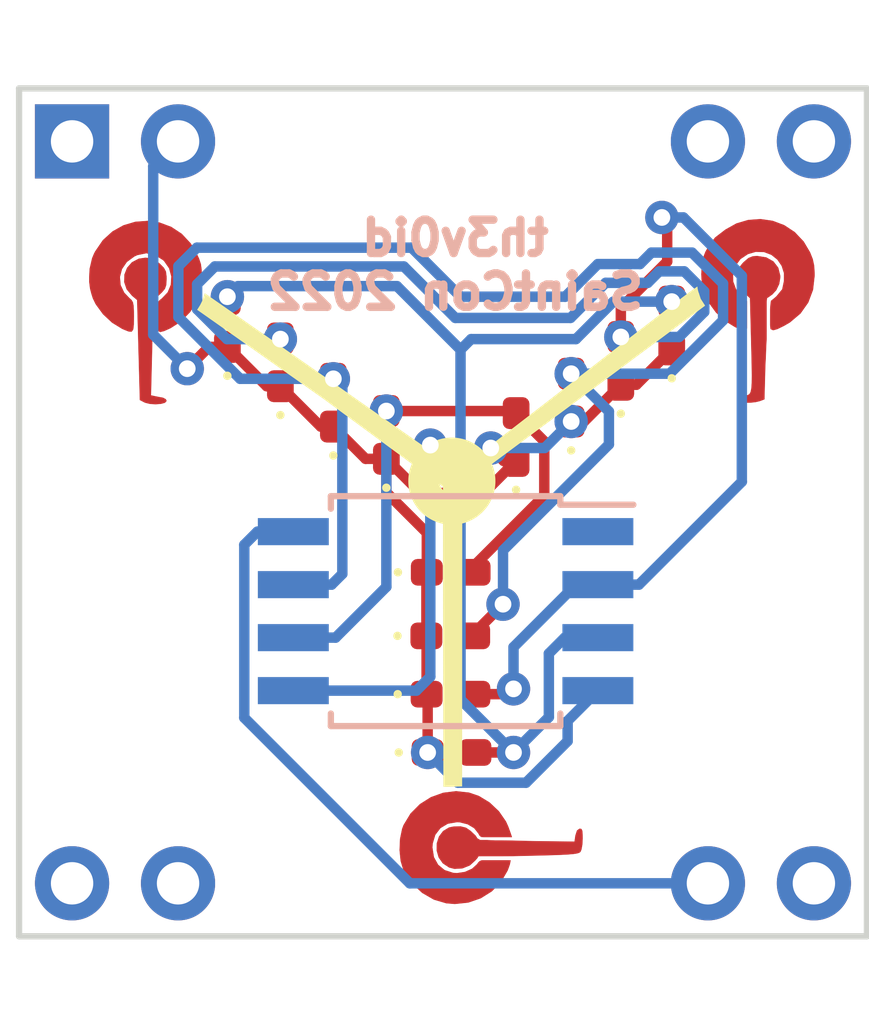
<source format=kicad_pcb>
(kicad_pcb (version 20211014) (generator pcbnew)
  (layers (0 "F.Cu" signal) (31 "B.Cu" signal) (34 "B.Paste" user) (35 "F.Paste" user) (36 "B.SilkS" user "B.Silkscreen") (37 "F.SilkS" user "F.Silkscreen") (38 "B.Mask" user) (39 "F.Mask" user) (44 "Edge.Cuts" user))
  (net 0 "")
  (net 1 "LED1")
  (net 2 "LED2")
  (net 3 "LED3")
  (net 4 "LEDCNTR")
  (net 5 "GND")
  (net 7 "Net-(U1-Pad8)")
  (net 14 "LED4")
  (footprint "LED_SMD:LED_0402_1005Metric_Pad0.77x0.64mm_HandSolder" (layer "F.Cu") (at 106.93 90.7425 90)
    (fp_text reference "DCNTR1" hide)
    (fp_text value "LED")
    (fp_circle (center -1.265 0) (end -1.215 0) (layer "F.SilkS") (width 0.1) (fill none))
    (pad "1" smd roundrect (at -0.5725 0 90) (size 0.765 0.64) (layers "F.Cu" "F.Paste" "F.Mask") (net 5 "GND"))
    (pad "2" smd roundrect (at 0.5725 0 90) (size 0.765 0.64) (layers "F.Cu" "F.Paste" "F.Mask") (net 4 "LEDCNTR"))
  )
  (footprint "LED_SMD:LED_0402_1005Metric_Pad0.77x0.64mm_HandSolder" (layer "F.Cu") (at 101.6 86.99 90)
    (fp_text reference "D2" hide)
    (fp_text value "LED")
    (fp_circle (center -1.265 0) (end -1.215 0) (layer "F.SilkS") (width 0.1) (fill none))
    (pad "1" smd roundrect (at -0.5725 0 90) (size 0.765 0.64) (layers "F.Cu" "F.Paste" "F.Mask") (net 5 "GND"))
    (pad "2" smd roundrect (at 0.5725 0 90) (size 0.765 0.64) (layers "F.Cu" "F.Paste" "F.Mask") (net 1 "LED1"))
  )
  (footprint "LED_SMD:LED_0402_1005Metric_Pad0.77x0.64mm_HandSolder" (layer "F.Cu") (at 106.9425 94.488)
    (fp_text reference "D7" hide)
    (fp_text value "LED")
    (fp_circle (center -1.265 0) (end -1.215 0) (layer "F.SilkS") (width 0.1) (fill none))
    (pad "1" smd roundrect (at -0.5725 0) (size 0.765 0.64) (layers "F.Cu" "F.Paste" "F.Mask") (net 5 "GND"))
    (pad "2" smd roundrect (at 0.5725 0) (size 0.765 0.64) (layers "F.Cu" "F.Paste" "F.Mask") (net 3 "LED3"))
  )
  (footprint "LED_SMD:LED_0402_1005Metric_Pad0.77x0.64mm_HandSolder" (layer "F.Cu") (at 111.03 87.8975 90)
    (fp_text reference "D6" hide)
    (fp_text value "LED")
    (fp_circle (center -1.265 0) (end -1.215 0) (layer "F.SilkS") (width 0.1) (fill none))
    (pad "1" smd roundrect (at -0.5725 0 90) (size 0.765 0.64) (layers "F.Cu" "F.Paste" "F.Mask") (net 5 "GND"))
    (pad "2" smd roundrect (at 0.5725 0 90) (size 0.765 0.64) (layers "F.Cu" "F.Paste" "F.Mask") (net 2 "LED2"))
  )
  (footprint "LED_SMD:LED_0402_1005Metric_Pad0.77x0.64mm_HandSolder" (layer "F.Cu") (at 109.84 88.7775 90)
    (fp_text reference "D9" hide)
    (fp_text value "LED")
    (fp_circle (center -1.265 0) (end -1.215 0) (layer "F.SilkS") (width 0.1) (fill none))
    (pad "1" smd roundrect (at -0.5725 0 90) (size 0.765 0.64) (layers "F.Cu" "F.Paste" "F.Mask") (net 5 "GND"))
    (pad "2" smd roundrect (at 0.5725 0 90) (size 0.765 0.64) (layers "F.Cu" "F.Paste" "F.Mask") (net 3 "LED3"))
  )
  (footprint "LED_SMD:LED_0402_1005Metric_Pad0.77x0.64mm_HandSolder" (layer "F.Cu") (at 104.14 88.9 90)
    (fp_text reference "D8" hide)
    (fp_text value "LED")
    (fp_circle (center -1.265 0) (end -1.215 0) (layer "F.SilkS") (width 0.1) (fill none))
    (pad "1" smd roundrect (at -0.5725 0 90) (size 0.765 0.64) (layers "F.Cu" "F.Paste" "F.Mask") (net 5 "GND"))
    (pad "2" smd roundrect (at 0.5725 0 90) (size 0.765 0.64) (layers "F.Cu" "F.Paste" "F.Mask") (net 3 "LED3"))
  )
  (footprint "LED_SMD:LED_0402_1005Metric_Pad0.77x0.64mm_HandSolder" (layer "F.Cu") (at 106.9725 97.282)
    (fp_text reference "D1" hide)
    (fp_text value "LED")
    (fp_circle (center -1.265 0) (end -1.215 0) (layer "F.SilkS") (width 0.1) (fill none))
    (pad "1" smd roundrect (at -0.5725 0) (size 0.765 0.64) (layers "F.Cu" "F.Paste" "F.Mask") (net 5 "GND"))
    (pad "2" smd roundrect (at 0.5725 0) (size 0.765 0.64) (layers "F.Cu" "F.Paste" "F.Mask") (net 1 "LED1"))
  )
  (footprint "LED_SMD:LED_0402_1005Metric_Pad0.77x0.64mm_HandSolder" (layer "F.Cu") (at 108.52 89.7225 90)
    (fp_text reference "D12" hide)
    (fp_text value "LED")
    (fp_circle (center -1.265 0) (end -1.215 0) (layer "F.SilkS") (width 0.1) (fill none))
    (pad "1" smd roundrect (at -0.5725 0 90) (size 0.765 0.64) (layers "F.Cu" "F.Paste" "F.Mask") (net 5 "GND"))
    (pad "2" smd roundrect (at 0.5725 0 90) (size 0.765 0.64) (layers "F.Cu" "F.Paste" "F.Mask") (net 14 "LED4"))
  )
  (footprint "SaintCon:fluxcapacitor" (layer "F.Cu") (at 107.061 92.583)
    (fp_text reference "Ref**" hide)
    (fp_text value "Val**" hide)
    (fp_poly (pts (xy 0.256937 6.504883) (xy 0.366266 6.580148) (xy 0.411663 6.6233) (xy 0.485102 6.69224) (xy 0.529335 6.761105) (xy 0.599335 6.801105) (xy 0.763948 6.801105) (xy 0.959335 6.811105) (xy 1.124262 6.811105) (xy 1.361794 6.813046) (xy 1.635561 6.820897) (xy 1.921345 6.826896) (xy 2.099502 6.829427) (xy 2.861502 6.837939) (xy 2.882669 6.690252) (xy 2.920677 6.57133) (xy 2.977919 6.528398) (xy 3.019691 6.531613) (xy 3.042179 6.573448) (xy 3.050973 6.671627) (xy 3.052002 6.763243) (xy 3.043355 6.910112) (xy 3.021038 7.028629) (xy 2.999085 7.078816) (xy 2.972683 7.098848) (xy 2.922511 7.115229) (xy 2.839456 7.128635) (xy 2.714403 7.13974) (xy 2.538238 7.14922) (xy 2.301847 7.15775) (xy 1.996117 7.166004) (xy 1.743486 7.171815) (xy 1.392227 7.179817) (xy 1.129335 7.181105) (xy 0.899335 7.181105) (xy 0.749335 7.181105) (xy 0.649335 7.181105) (xy 0.559335 7.181105) (xy 0.519335 7.241105) (xy 0.496129 7.264635) (xy 0.481499 7.282921) (xy 0.349402 7.40368) (xy 0.173583 7.473923) (xy -0.016426 7.485587) (xy -0.144165 7.453718) (xy -0.29667 7.353075) (xy -0.395354 7.211641) (xy -0.442095 7.046745) (xy -0.43877 6.875717) (xy -0.387257 6.715887) (xy -0.289433 6.584585) (xy -0.147175 6.49914) (xy -0.038331 6.476858) (xy 0.133283 6.474102) (xy 0.256937 6.504883)) (layer "F.Cu") (width 0.01) (fill solid))
    (fp_poly (pts (xy -7.291463 -7.142256) (xy -7.184267 -7.094532) (xy -7.079628 -7.009419) (xy -6.983924 -6.912554) (xy -6.937217 -6.826504) (xy -6.922364 -6.711903) (xy -6.9215 -6.646333) (xy -6.928137 -6.508208) (xy -6.959482 -6.415041) (xy -7.032686 -6.32746) (xy -7.07968 -6.2832) (xy -7.23786 -6.138238) (xy -7.266304 -4.997776) (xy -7.294748 -3.857313) (xy -7.192791 -3.835305) (xy -7.07459 -3.812075) (xy -7.006166 -3.800485) (xy -6.937237 -3.763561) (xy -6.9215 -3.724753) (xy -6.958996 -3.683896) (xy -7.054281 -3.657958) (xy -7.18155 -3.648423) (xy -7.314998 -3.656774) (xy -7.428821 -3.684492) (xy -7.450666 -3.694352) (xy -7.5565 -3.748838) (xy -7.588859 -4.946831) (xy -7.621219 -6.144825) (xy -7.744783 -6.248798) (xy -7.873058 -6.402856) (xy -7.931583 -6.576172) (xy -7.926188 -6.752208) (xy -7.862702 -6.914425) (xy -7.746953 -7.046283) (xy -7.584772 -7.131244) (xy -7.42563 -7.154333) (xy -7.291463 -7.142256)) (layer "F.Cu") (width 0.01) (fill solid))
    (fp_poly (pts (xy 7.45421 -7.162431) (xy 7.625224 -7.065836) (xy 7.739942 -6.916049) (xy 7.788396 -6.722234) (xy 7.789334 -6.688666) (xy 7.762086 -6.528623) (xy 7.691626 -6.379724) (xy 7.594875 -6.275765) (xy 7.577229 -6.265099) (xy 7.53843 -6.236096) (xy 7.47 -6.19) (xy 7.46 -6.1) (xy 7.46 -5.965355) (xy 7.46 -5.8) (xy 7.46 -5.61) (xy 7.46 -5.460234) (xy 7.460346 -5.385125) (xy 7.46 -5.37) (xy 7.46 -5.33) (xy 7.46 -5.21) (xy 7.45 -5.019289) (xy 7.44 -4.755626) (xy 7.43 -4.57) (xy 7.408334 -3.765571) (xy 7.299744 -3.724285) (xy 7.193849 -3.699094) (xy 7.059273 -3.685723) (xy 6.92744 -3.684995) (xy 6.829774 -3.697736) (xy 6.801556 -3.711222) (xy 6.770496 -3.781347) (xy 6.810845 -3.835407) (xy 6.88975 -3.852981) (xy 6.958923 -3.854008) (xy 7.012997 -3.862336) (xy 7.053548 -3.887131) (xy 7.082147 -3.937558) (xy 7.10037 -4.022782) (xy 7.109789 -4.151969) (xy 7.111978 -4.334282) (xy 7.10851 -4.578888) (xy 7.10096 -4.894952) (xy 7.096758 -5.058685) (xy 7.067832 -6.188083) (xy 6.920583 -6.326956) (xy 6.831487 -6.421103) (xy 6.787873 -6.508333) (xy 6.774044 -6.627061) (xy 6.773334 -6.687315) (xy 6.780603 -6.829664) (xy 6.812807 -6.927451) (xy 6.88554 -7.020266) (xy 6.917267 -7.052733) (xy 7.028309 -7.14742) (xy 7.133929 -7.189155) (xy 7.236869 -7.196666) (xy 7.45421 -7.162431)) (layer "F.Cu") (width 0.01) (fill solid))
    (fp_poly (pts (xy -7.083386 -7.996594) (xy -6.806818 -7.893347) (xy -6.555988 -7.727663) (xy -6.342587 -7.499536) (xy -6.223557 -7.306269) (xy -6.144422 -7.14051) (xy -6.099929 -7.007426) (xy -6.080595 -6.867433) (xy -6.076888 -6.694029) (xy -6.085262 -6.488584) (xy -6.114281 -6.326816) (xy -6.17189 -6.168696) (xy -6.188428 -6.132069) (xy -6.356382 -5.856821) (xy -6.577742 -5.628936) (xy -6.827575 -5.469797) (xy -6.976304 -5.403362) (xy -7.071283 -5.379393) (xy -7.124557 -5.407603) (xy -7.14817 -5.497704) (xy -7.154167 -5.659409) (xy -7.154333 -5.733284) (xy -7.152876 -5.908348) (xy -7.144574 -6.019957) (xy -7.123534 -6.089316) (xy -7.083861 -6.137632) (xy -7.03063 -6.178319) (xy -6.889925 -6.325856) (xy -6.81332 -6.509402) (xy -6.801403 -6.708975) (xy -6.854764 -6.904593) (xy -6.973992 -7.076276) (xy -7.003333 -7.103833) (xy -7.19819 -7.227486) (xy -7.404405 -7.267345) (xy -7.619784 -7.223133) (xy -7.692011 -7.190298) (xy -7.872883 -7.056943) (xy -7.98953 -6.88649) (xy -8.039995 -6.695353) (xy -8.022322 -6.499947) (xy -7.934556 -6.316686) (xy -7.811346 -6.188895) (xy -7.759395 -6.141714) (xy -7.72773 -6.086542) (xy -7.71138 -6.002496) (xy -7.705376 -5.868696) (xy -7.704666 -5.740657) (xy -7.706728 -5.553196) (xy -7.720042 -5.439631) (xy -7.755302 -5.389194) (xy -7.823201 -5.391116) (xy -7.934432 -5.434631) (xy -7.985633 -5.457718) (xy -8.221734 -5.602537) (xy -8.438937 -5.804561) (xy -8.609043 -6.03684) (xy -8.628502 -6.072147) (xy -8.683249 -6.186263) (xy -8.716969 -6.292488) (xy -8.75 -6.42) (xy -8.77 -6.58) (xy -8.77 -6.688666) (xy -8.76 -6.89) (xy -8.726709 -7.031667) (xy -8.700964 -7.143184) (xy -8.656429 -7.250378) (xy -8.628502 -7.305186) (xy -8.443051 -7.576453) (xy -8.213182 -7.785314) (xy -7.950589 -7.931763) (xy -7.666964 -8.015797) (xy -7.373999 -8.037409) (xy -7.083386 -7.996594)) (layer "F.Cu") (width 0.01) (fill solid))
    (fp_poly (pts (xy 7.607266 -8.039157) (xy 7.884011 -7.935371) (xy 8.13546 -7.769691) (xy 8.350093 -7.542396) (xy 8.501239 -7.287597) (xy 8.566387 -7.123652) (xy 8.600472 -6.965064) (xy 8.611635 -6.770866) (xy 8.611839 -6.731) (xy 8.57305 -6.390026) (xy 8.459143 -6.085401) (xy 8.273805 -5.823157) (xy 8.020724 -5.609324) (xy 7.873992 -5.524496) (xy 7.719362 -5.449993) (xy 7.620802 -5.421841) (xy 7.56 -5.45) (xy 7.55 -5.54) (xy 7.55 -5.704992) (xy 7.55 -5.78) (xy 7.55 -5.93) (xy 7.56 -6.05) (xy 7.570783 -6.122814) (xy 7.63 -6.17) (xy 7.7 -6.23) (xy 7.84 -6.4) (xy 7.882131 -6.601328) (xy 7.882644 -6.787785) (xy 7.826841 -6.962779) (xy 7.722862 -7.113992) (xy 7.57885 -7.229107) (xy 7.402945 -7.295806) (xy 7.203288 -7.301773) (xy 7.01579 -7.247618) (xy 6.83515 -7.127676) (xy 6.714573 -6.965339) (xy 6.655654 -6.777973) (xy 6.659988 -6.582947) (xy 6.72917 -6.397629) (xy 6.864797 -6.239385) (xy 6.919479 -6.199265) (xy 6.972389 -6.158823) (xy 6.99 -6.109105) (xy 6.99 -6.03) (xy 6.99 -5.899776) (xy 6.99 -5.77) (xy 6.99 -5.584834) (xy 6.99 -5.470822) (xy 6.962537 -5.421761) (xy 6.881145 -5.427815) (xy 6.750486 -5.47915) (xy 6.704034 -5.500052) (xy 6.467932 -5.64487) (xy 6.25073 -5.846894) (xy 6.080624 -6.079174) (xy 6.061165 -6.11448) (xy 6.006418 -6.228597) (xy 5.972698 -6.334821) (xy 5.93 -6.45) (xy 5.91 -6.61) (xy 5.9 -6.76) (xy 5.91 -6.91) (xy 5.93 -7.08) (xy 5.96 -7.2) (xy 6 -7.3) (xy 6.09 -7.46) (xy 6.23 -7.64) (xy 6.47771 -7.829803) (xy 6.740445 -7.976373) (xy 7.023963 -8.059936) (xy 7.316743 -8.080772) (xy 7.607266 -8.039157)) (layer "F.Cu") (width 0.01) (fill solid))
    (fp_poly (pts (xy 0.331079 5.663617) (xy 0.567031 5.744332) (xy 0.823443 5.900531) (xy 1.045608 6.110738) (xy 1.213157 6.353728) (xy 1.267701 6.474436) (xy 1.314463 6.602489) (xy 1.346128 6.695077) (xy 1.35495 6.727208) (xy 1.315796 6.725786) (xy 1.211042 6.725786) (xy 1.065616 6.725786) (xy 0.980745 6.725786) (xy 0.805616 6.725786) (xy 0.695616 6.725786) (xy 0.621082 6.720633) (xy 0.58339 6.687809) (xy 0.558275 6.640856) (xy 0.456979 6.512127) (xy 0.298314 6.417266) (xy 0.107008 6.369442) (xy 0.042616 6.366223) (xy -0.178006 6.403589) (xy -0.355535 6.508887) (xy -0.480564 6.672369) (xy -0.543686 6.88429) (xy -0.549493 6.97962) (xy -0.513536 7.208056) (xy -0.41194 7.39192) (xy -0.254111 7.521465) (xy -0.049458 7.586945) (xy 0.042616 7.593016) (xy 0.234119 7.564266) (xy 0.405381 7.486932) (xy 0.528693 7.374752) (xy 0.549404 7.341718) (xy 0.585616 7.305786) (xy 0.635616 7.285786) (xy 0.725616 7.285786) (xy 0.885616 7.285786) (xy 0.965616 7.285786) (xy 1.135616 7.285786) (xy 1.255616 7.285786) (xy 1.325616 7.285786) (xy 1.306555 7.381418) (xy 1.266068 7.4956) (xy 1.251283 7.531296) (xy 1.09427 7.802134) (xy 0.876717 8.024084) (xy 0.611606 8.190242) (xy 0.311921 8.293706) (xy -0.009356 8.327574) (xy -0.214279 8.310501) (xy -0.512726 8.222474) (xy -0.788981 8.06288) (xy -1.026394 7.844635) (xy -1.208318 7.580655) (xy -1.240951 7.513968) (xy -1.305391 7.297393) (xy -1.331621 7.038857) (xy -1.319778 6.771885) (xy -1.27 6.53) (xy -1.236564 6.441152) (xy -1.069514 6.165225) (xy -0.846818 5.940895) (xy -0.581943 5.773366) (xy -0.288357 5.667842) (xy 0.020472 5.629524) (xy 0.331079 5.663617)) (layer "F.Cu") (width 0.01) (fill solid))
    (fp_poly (pts (xy 5.82 -6.35) (xy 5.84 -6.29) (xy 5.88 -6.17) (xy 5.9828 -6.0096) (xy 0.164145 -1.690044) (xy 0.160584 5.507946) (xy -0.279724 5.518153) (xy -0.289504 -1.672003) (xy -3.139408 -3.767666) (xy -3.587143 -4.083541) (xy -4.015294 -4.38556) (xy -4.418773 -4.670137) (xy -4.792497 -4.933686) (xy -5.131377 -5.172624) (xy -5.43033 -5.383364) (xy -5.684268 -5.562321) (xy -5.888105 -5.70591) (xy -6.036757 -5.810545) (xy -6.125137 -5.872642) (xy -6.18 -5.91) (xy -6.16 -5.94) (xy -6.11 -6.02) (xy -6.06 -6.12) (xy -6 -6.3) (xy -2.974456 -4.189931) (xy -2.523854 -3.872545) (xy -2.092894 -3.569603) (xy -1.686611 -3.284611) (xy -1.310036 -3.021069) (xy -0.968205 -2.782481) (xy -0.666151 -2.57235) (xy -0.408906 -2.394178) (xy -0.201506 -2.251469) (xy -0.048984 -2.147726) (xy 0.043628 -2.08645) (xy 0.071397 -2.070354) (xy 0.10936 -2.096272) (xy 0.209162 -2.170333) (xy 0.365804 -2.288701) (xy 0.574292 -2.44754) (xy 0.829628 -2.643015) (xy 1.126817 -2.871291) (xy 1.460861 -3.128533) (xy 1.826765 -3.410905) (xy 2.219532 -3.714572) (xy 2.634166 -4.035698) (xy 2.875152 -4.222581) (xy 3.3003 -4.552125) (xy 3.706709 -4.866544) (xy 4.089346 -5.16198) (xy 4.443182 -5.434577) (xy 4.763182 -5.680477) (xy 5.044317 -5.895822) (xy 5.281554 -6.076757) (xy 5.469862 -6.219423) (xy 5.604208 -6.319963) (xy 5.679561 -6.374519) (xy 5.8 -6.46) (xy 5.81 -6.39)) (layer "F.SilkS") (width 0.01) (fill solid))
  )
  (footprint "SaintCon:SAINTCON-Simple" (layer "F.Cu") (at 96.6075 81.3675)
    (fp_text reference "U2")
    (fp_text value "SAINTCON-Minibadge")
    (fp_line (start 0 0) (end 0 20.32) (layer "Edge.Cuts") (width 0.15))
    (fp_line (start 0 20.32) (end 20.32 20.32) (layer "Edge.Cuts") (width 0.15))
    (fp_line (start 20.32 20.32) (end 20.32 0) (layer "Edge.Cuts") (width 0.15))
    (fp_line (start 20.32 0) (end 0 0) (layer "Edge.Cuts") (width 0.15))
    (pad "1" thru_hole rect locked (at 1.27 1.27 90) (size 1.778 1.778) (drill 1.016) (layers *.Cu *.Mask))
    (pad "2" thru_hole circle locked (at 3.81 1.27 90) (size 1.778 1.778) (drill 1.016) (layers *.Cu *.Mask) (net 5 "GND"))
    (pad "7" thru_hole circle locked (at 16.51 1.27 90) (size 1.778 1.778) (drill 1.016) (layers *.Cu *.Mask))
    (pad "8" thru_hole circle locked (at 19.05 1.27 90) (size 1.778 1.778) (drill 1.016) (layers *.Cu *.Mask))
    (pad "9" thru_hole circle locked (at 1.27 19.05 90) (size 1.778 1.778) (drill 1.016) (layers *.Cu *.Mask))
    (pad "10" thru_hole circle locked (at 3.81 19.05 90) (size 1.778 1.778) (drill 1.016) (layers *.Cu *.Mask))
    (pad "15" thru_hole circle locked (at 16.51 19.05 90) (size 1.778 1.778) (drill 1.016) (layers *.Cu *.Mask) (net 7 "Net-(U1-Pad8)"))
    (pad "16" thru_hole circle locked (at 19.05 19.05 90) (size 1.778 1.778) (drill 1.016) (layers *.Cu *.Mask))
  )
  (footprint "LED_SMD:LED_0402_1005Metric_Pad0.77x0.64mm_HandSolder" (layer "F.Cu") (at 106.9475 95.885)
    (fp_text reference "D4" hide)
    (fp_text value "LED")
    (fp_circle (center -1.265 0) (end -1.215 0) (layer "F.SilkS") (width 0.1) (fill none))
    (pad "1" smd roundrect (at -0.5725 0) (size 0.765 0.64) (layers "F.Cu" "F.Paste" "F.Mask") (net 5 "GND"))
    (pad "2" smd roundrect (at 0.5725 0) (size 0.765 0.64) (layers "F.Cu" "F.Paste" "F.Mask") (net 2 "LED2"))
  )
  (footprint "LED_SMD:LED_0402_1005Metric_Pad0.77x0.64mm_HandSolder" (layer "F.Cu") (at 105.41 89.6725 90)
    (fp_text reference "D11" hide)
    (fp_text value "LED")
    (fp_circle (center -1.265 0) (end -1.215 0) (layer "F.SilkS") (width 0.1) (fill none))
    (pad "1" smd roundrect (at -0.5725 0 90) (size 0.765 0.64) (layers "F.Cu" "F.Paste" "F.Mask") (net 5 "GND"))
    (pad "2" smd roundrect (at 0.5725 0 90) (size 0.765 0.64) (layers "F.Cu" "F.Paste" "F.Mask") (net 14 "LED4"))
  )
  (footprint "LED_SMD:LED_0402_1005Metric_Pad0.77x0.64mm_HandSolder" (layer "F.Cu") (at 106.9525 92.964)
    (fp_text reference "D10" hide)
    (fp_text value "LED")
    (fp_circle (center -1.265 0) (end -1.215 0) (layer "F.SilkS") (width 0.1) (fill none))
    (pad "1" smd roundrect (at -0.5725 0) (size 0.765 0.64) (layers "F.Cu" "F.Paste" "F.Mask") (net 5 "GND"))
    (pad "2" smd roundrect (at 0.5725 0) (size 0.765 0.64) (layers "F.Cu" "F.Paste" "F.Mask") (net 14 "LED4"))
  )
  (footprint "LED_SMD:LED_0402_1005Metric_Pad0.77x0.64mm_HandSolder" (layer "F.Cu") (at 112.25 87.05 90)
    (fp_text reference "D3" hide)
    (fp_text value "LED")
    (fp_circle (center -1.265 0) (end -1.215 0) (layer "F.SilkS") (width 0.1) (fill none))
    (pad "1" smd roundrect (at -0.5725 0 90) (size 0.765 0.64) (layers "F.Cu" "F.Paste" "F.Mask") (net 5 "GND"))
    (pad "2" smd roundrect (at 0.5725 0 90) (size 0.765 0.64) (layers "F.Cu" "F.Paste" "F.Mask") (net 1 "LED1"))
  )
  (footprint "LED_SMD:LED_0402_1005Metric_Pad0.77x0.64mm_HandSolder" (layer "F.Cu") (at 102.87 87.9325 90)
    (fp_text reference "D5" hide)
    (fp_text value "LED")
    (fp_circle (center -1.265 0) (end -1.215 0) (layer "F.SilkS") (width 0.1) (fill none))
    (pad "1" smd roundrect (at -0.5725 0 90) (size 0.765 0.64) (layers "F.Cu" "F.Paste" "F.Mask") (net 5 "GND"))
    (pad "2" smd roundrect (at 0.5725 0 90) (size 0.765 0.64) (layers "F.Cu" "F.Paste" "F.Mask") (net 2 "LED2"))
  )
  (footprint "Package_SO:SOIC-8W_5.3x5.3mm_P1.27mm" (layer "B.Cu") (at 106.83 93.895 180)
    (fp_text reference "U1" hide)
    (fp_text value "ATtiny85V-10S")
    (fp_line (start -2.75 2.755) (end 2.75 2.755) (layer "B.SilkS") (width 0.15))
    (fp_line (start 2.75 2.755) (end 2.75 2.455) (layer "B.SilkS") (width 0.15))
    (fp_line (start 2.75 -2.755) (end 2.75 -2.455) (layer "B.SilkS") (width 0.15))
    (fp_line (start -2.75 2.755) (end -2.75 2.55) (layer "B.SilkS") (width 0.15))
    (fp_line (start -2.75 -2.755) (end 2.75 -2.755) (layer "B.SilkS") (width 0.15))
    (fp_line (start -2.75 -2.755) (end -2.75 -2.455) (layer "B.SilkS") (width 0.15))
    (fp_line (start -2.75 2.55) (end -4.5 2.55) (layer "B.SilkS") (width 0.15))
    (pad "1" smd rect (at -3.65 1.905 180) (size 1.7 0.65) (layers "B.Cu" "B.Paste" "B.Mask"))
    (pad "2" smd rect (at -3.65 0.635 180) (size 1.7 0.65) (layers "B.Cu" "B.Paste" "B.Mask") (net 2 "LED2"))
    (pad "3" smd rect (at -3.65 -0.635 180) (size 1.7 0.65) (layers "B.Cu" "B.Paste" "B.Mask") (net 1 "LED1"))
    (pad "4" smd rect (at -3.65 -1.905 180) (size 1.7 0.65) (layers "B.Cu" "B.Paste" "B.Mask") (net 5 "GND"))
    (pad "5" smd rect (at 3.65 -1.905 180) (size 1.7 0.65) (layers "B.Cu" "B.Paste" "B.Mask") (net 4 "LEDCNTR"))
    (pad "6" smd rect (at 3.65 -0.635 180) (size 1.7 0.65) (layers "B.Cu" "B.Paste" "B.Mask") (net 14 "LED4"))
    (pad "7" smd rect (at 3.65 0.635 180) (size 1.7 0.65) (layers "B.Cu" "B.Paste" "B.Mask") (net 3 "LED3"))
    (pad "8" smd rect (at 3.65 1.905 180) (size 1.7 0.65) (layers "B.Cu" "B.Paste" "B.Mask") (net 7 "Net-(U1-Pad8)"))
  )
  (gr_circle (center 106.96 90.79) (end 106.69 90.56) (layer "F.SilkS") (width 0.15) (fill none))
  (gr_circle (center 106.97 90.77) (end 106.36 90.19) (layer "F.SilkS") (width 0.15) (fill none))
  (gr_circle (center 106.98 90.78) (end 106.53 90.4) (layer "F.SilkS") (width 0.15) (fill none))
  (gr_circle (center 106.98 90.78) (end 106.52 90.23) (layer "F.SilkS") (width 0.15) (fill none))
  (gr_circle (center 106.98 90.78) (end 106.64 90.46) (layer "F.SilkS") (width 0.15) (fill none))
  (gr_circle (center 106.98 90.78) (end 106.27 90.12) (layer "F.SilkS") (width 0.15) (fill none))
  (gr_text "th3v0id\nSaintCon 2022" (at 107.061 85.598) (layer "B.SilkS") (effects (font (size 0.8 0.8) (thickness 0.2)) (justify mirror)))
  (segment (start 107.545 97.282) (end 108.458 97.282) (width 0.25) (layer "F.Cu") (net 1))
  (segment (start 101.6 86.4175) (end 101.6 86.36) (width 0.25) (layer "F.Cu") (net 1))
  (via (at 108.458 97.282) (size 0.8) (drill 0.4) (layers "F.Cu" "B.Cu") (net 1))
  (via (at 101.6 86.36) (size 0.8) (drill 0.4) (layers "F.Cu" "B.Cu") (net 1))
  (via (at 112.25 86.4775) (size 0.8) (drill 0.4) (layers "F.Cu" "B.Cu") (net 1))
  (segment (start 109.305 96.435) (end 109.305 94.911) (width 0.25) (layer "B.Cu") (net 1))
  (segment (start 110.852195 86.4775) (end 112.25 86.4775) (width 0.25) (layer "B.Cu") (net 1))
  (segment (start 107.188 96.012) (end 107.188 87.63) (width 0.25) (layer "B.Cu") (net 1))
  (segment (start 109.305 94.911) (end 109.686 94.53) (width 0.25) (layer "B.Cu") (net 1))
  (segment (start 108.458 97.282) (end 107.188 96.012) (width 0.25) (layer "B.Cu") (net 1))
  (segment (start 107.188 87.63) (end 107.442 87.376) (width 0.25) (layer "B.Cu") (net 1))
  (segment (start 101.854 86.106) (end 105.664 86.106) (width 0.25) (layer "B.Cu") (net 1))
  (segment (start 101.6 86.36) (end 101.854 86.106) (width 0.25) (layer "B.Cu") (net 1))
  (segment (start 109.686 94.53) (end 110.48 94.53) (width 0.25) (layer "B.Cu") (net 1))
  (segment (start 107.442 87.376) (end 109.953695 87.376) (width 0.25) (layer "B.Cu") (net 1))
  (segment (start 108.458 97.282) (end 109.305 96.435) (width 0.25) (layer "B.Cu") (net 1))
  (segment (start 105.664 86.106) (end 107.188 87.63) (width 0.25) (layer "B.Cu") (net 1))
  (segment (start 109.953695 87.376) (end 110.852195 86.4775) (width 0.25) (layer "B.Cu") (net 1))
  (segment (start 111.03 87.325) (end 111.03 86.629106) (width 0.25) (layer "F.Cu") (net 2))
  (segment (start 111.03 86.629106) (end 112.141 85.518106) (width 0.25) (layer "F.Cu") (net 2))
  (segment (start 112.141 85.518106) (end 112.141 84.5875) (width 0.25) (layer "F.Cu") (net 2))
  (segment (start 112.141 84.5875) (end 112.014 84.4605) (width 0.25) (layer "F.Cu") (net 2))
  (segment (start 107.52 95.885) (end 108.331 95.885) (width 0.25) (layer "F.Cu") (net 2))
  (segment (start 108.331 95.885) (end 108.458 95.758) (width 0.25) (layer "F.Cu") (net 2))
  (via (at 102.87 87.376) (size 0.8) (drill 0.4) (layers "F.Cu" "B.Cu") (net 2))
  (via (at 111.03 87.325) (size 0.8) (drill 0.4) (layers "F.Cu" "B.Cu") (net 2))
  (via (at 108.458 95.758) (size 0.8) (drill 0.4) (layers "F.Cu" "B.Cu") (net 2))
  (via (at 112.014 84.4605) (size 0.8) (drill 0.4) (layers "F.Cu" "B.Cu") (net 2))
  (segment (start 101.299695 85.635) (end 105.829396 85.635) (width 0.25) (layer "B.Cu") (net 2))
  (segment (start 102.87 87.376) (end 101.590695 87.376) (width 0.25) (layer "B.Cu") (net 2))
  (segment (start 109.825299 86.868) (end 110.665799 86.0275) (width 0.25) (layer "B.Cu") (net 2))
  (segment (start 112.014 84.4605) (end 112.531097 84.4605) (width 0.25) (layer "B.Cu") (net 2))
  (segment (start 112.427805 87.325) (end 111.03 87.325) (width 0.25) (layer "B.Cu") (net 2))
  (segment (start 113.03 86.232195) (end 113.03 86.722805) (width 0.25) (layer "B.Cu") (net 2))
  (segment (start 112.550305 85.7525) (end 113.03 86.232195) (width 0.25) (layer "B.Cu") (net 2))
  (segment (start 100.875 86.660305) (end 100.875 86.059695) (width 0.25) (layer "B.Cu") (net 2))
  (segment (start 112.531097 84.4605) (end 113.93 85.859403) (width 0.25) (layer "B.Cu") (net 2))
  (segment (start 107.062396 86.868) (end 109.825299 86.868) (width 0.25) (layer "B.Cu") (net 2))
  (segment (start 111.464 93.26) (end 110.48 93.26) (width 0.25) (layer "B.Cu") (net 2))
  (segment (start 113.93 90.794) (end 111.464 93.26) (width 0.25) (layer "B.Cu") (net 2))
  (segment (start 108.458 95.758) (end 108.458 94.757) (width 0.25) (layer "B.Cu") (net 2))
  (segment (start 101.590695 87.376) (end 100.875 86.660305) (width 0.25) (layer "B.Cu") (net 2))
  (segment (start 100.875 86.059695) (end 101.299695 85.635) (width 0.25) (layer "B.Cu") (net 2))
  (segment (start 108.458 94.757) (end 109.955 93.26) (width 0.25) (layer "B.Cu") (net 2))
  (segment (start 105.829396 85.635) (end 107.062396 86.868) (width 0.25) (layer "B.Cu") (net 2))
  (segment (start 111.674695 86.0275) (end 111.949695 85.7525) (width 0.25) (layer "B.Cu") (net 2))
  (segment (start 113.93 85.859403) (end 113.93 90.794) (width 0.25) (layer "B.Cu") (net 2))
  (segment (start 111.949695 85.7525) (end 112.550305 85.7525) (width 0.25) (layer "B.Cu") (net 2))
  (segment (start 110.665799 86.0275) (end 111.674695 86.0275) (width 0.25) (layer "B.Cu") (net 2))
  (segment (start 113.03 86.722805) (end 112.427805 87.325) (width 0.25) (layer "B.Cu") (net 2))
  (segment (start 107.515 94.42059) (end 108.206411 93.729179) (width 0.25) (layer "F.Cu") (net 3))
  (segment (start 107.515 94.488) (end 107.515 94.42059) (width 0.25) (layer "F.Cu") (net 3))
  (via (at 108.206411 93.729179) (size 0.8) (drill 0.4) (layers "F.Cu" "B.Cu") (net 3))
  (via (at 104.14 88.3275) (size 0.8) (drill 0.4) (layers "F.Cu" "B.Cu") (net 3))
  (via (at 109.84 88.205) (size 0.8) (drill 0.4) (layers "F.Cu" "B.Cu") (net 3))
  (segment (start 101.905799 88.3275) (end 100.425 86.846701) (width 0.25) (layer "B.Cu") (net 3))
  (segment (start 100.425 86.846701) (end 100.425 85.628604) (width 0.25) (layer "B.Cu") (net 3))
  (segment (start 113.48 86.926) (end 112.201 88.205) (width 0.25) (layer "B.Cu") (net 3))
  (segment (start 104.14 88.3275) (end 101.905799 88.3275) (width 0.25) (layer "B.Cu") (net 3))
  (segment (start 104.14 88.3275) (end 104.355 88.5425) (width 0.25) (layer "B.Cu") (net 3))
  (segment (start 100.425 85.628604) (end 100.868604 85.185) (width 0.25) (layer "B.Cu") (net 3))
  (segment (start 100.868604 85.185) (end 106.015792 85.185) (width 0.25) (layer "B.Cu") (net 3))
  (segment (start 110.744 89.901) (end 110.744 89.109) (width 0.25) (layer "B.Cu") (net 3))
  (segment (start 108.206411 93.729179) (end 108.206411 92.438589) (width 0.25) (layer "B.Cu") (net 3))
  (segment (start 104.355 88.5425) (end 104.355 93.003) (width 0.25) (layer "B.Cu") (net 3))
  (segment (start 111.488299 85.5775) (end 111.763299 85.3025) (width 0.25) (layer "B.Cu") (net 3))
  (segment (start 106.015792 85.185) (end 107.190792 86.36) (width 0.25) (layer "B.Cu") (net 3))
  (segment (start 108.206411 92.438589) (end 110.744 89.901) (width 0.25) (layer "B.Cu") (net 3))
  (segment (start 112.201 88.205) (end 109.84 88.205) (width 0.25) (layer "B.Cu") (net 3))
  (segment (start 107.190792 86.36) (end 109.696903 86.36) (width 0.25) (layer "B.Cu") (net 3))
  (segment (start 112.736701 85.3025) (end 113.48 86.045799) (width 0.25) (layer "B.Cu") (net 3))
  (segment (start 111.763299 85.3025) (end 112.736701 85.3025) (width 0.25) (layer "B.Cu") (net 3))
  (segment (start 110.744 89.109) (end 109.84 88.205) (width 0.25) (layer "B.Cu") (net 3))
  (segment (start 109.696903 86.36) (end 110.479403 85.5775) (width 0.25) (layer "B.Cu") (net 3))
  (segment (start 104.355 93.003) (end 104.098 93.26) (width 0.25) (layer "B.Cu") (net 3))
  (segment (start 104.098 93.26) (end 103.18 93.26) (width 0.25) (layer "B.Cu") (net 3))
  (segment (start 113.48 86.045799) (end 113.48 86.926) (width 0.25) (layer "B.Cu") (net 3))
  (segment (start 110.479403 85.5775) (end 111.488299 85.5775) (width 0.25) (layer "B.Cu") (net 3))
  (segment (start 106.7175 90.17) (end 106.4635 89.916) (width 0.25) (layer "F.Cu") (net 4))
  (segment (start 106.93 90.17) (end 106.7175 90.17) (width 0.25) (layer "F.Cu") (net 4))
  (via (at 106.4635 89.916) (size 0.8) (drill 0.4) (layers "F.Cu" "B.Cu") (net 4))
  (segment (start 106.13 95.8) (end 103.18 95.8) (width 0.25) (layer "B.Cu") (net 4))
  (segment (start 106.4635 89.916) (end 106.4635 95.4665) (width 0.25) (layer "B.Cu") (net 4))
  (segment (start 106.4635 95.4665) (end 106.13 95.8) (width 0.25) (layer "B.Cu") (net 4))
  (segment (start 105.41 90.245) (end 105.41 91.0485) (width 0.25) (layer "F.Cu") (net 5))
  (segment (start 111.4025 88.47) (end 112.25 87.6225) (width 0.25) (layer "F.Cu") (net 5))
  (segment (start 101.159501 87.5625) (end 100.637851 88.08415) (width 0.25) (layer "F.Cu") (net 5))
  (segment (start 106.37 94.488) (end 106.37 92.974) (width 0.25) (layer "F.Cu") (net 5))
  (segment (start 106.93 91.315) (end 107.5 91.315) (width 0.25) (layer "F.Cu") (net 5))
  (segment (start 107.5 91.315) (end 108.52 90.295) (width 0.25) (layer "F.Cu") (net 5))
  (segment (start 109.84 89.35) (end 110.15 89.35) (width 0.25) (layer "F.Cu") (net 5))
  (segment (start 108.52 90.295) (end 108.221335 90.295) (width 0.25) (layer "F.Cu") (net 5))
  (segment (start 111.03 88.47) (end 111.4025 88.47) (width 0.25) (layer "F.Cu") (net 5))
  (segment (start 106.4 95.91) (end 106.375 95.885) (width 0.25) (layer "F.Cu") (net 5))
  (segment (start 103.8375 89.4725) (end 102.87 88.505) (width 0.25) (layer "F.Cu") (net 5))
  (segment (start 108.221335 90.295) (end 107.9125 89.986165) (width 0.25) (layer "F.Cu") (net 5))
  (segment (start 106.375 95.885) (end 106.375 94.493) (width 0.25) (layer "F.Cu") (net 5))
  (segment (start 104.9125 90.245) (end 104.14 89.4725) (width 0.25) (layer "F.Cu") (net 5))
  (segment (start 106.93 91.315) (end 106.48 91.315) (width 0.25) (layer "F.Cu") (net 5))
  (segment (start 106.38 92.0185) (end 106.38 92.964) (width 0.25) (layer "F.Cu") (net 5))
  (segment (start 104.14 89.4725) (end 103.8375 89.4725) (width 0.25) (layer "F.Cu") (net 5))
  (segment (start 102.87 88.505) (end 102.5425 88.505) (width 0.25) (layer "F.Cu") (net 5))
  (segment (start 105.41 90.245) (end 104.9125 90.245) (width 0.25) (layer "F.Cu") (net 5))
  (segment (start 101.6 87.5625) (end 101.159501 87.5625) (width 0.25) (layer "F.Cu") (net 5))
  (segment (start 105.41 91.0485) (end 106.38 92.0185) (width 0.25) (layer "F.Cu") (net 5))
  (segment (start 106.48 91.315) (end 105.41 90.245) (width 0.25) (layer "F.Cu") (net 5))
  (segment (start 106.4 97.282) (end 106.4 95.91) (width 0.25) (layer "F.Cu") (net 5))
  (segment (start 110.15 89.35) (end 111.03 88.47) (width 0.25) (layer "F.Cu") (net 5))
  (segment (start 106.375 94.493) (end 106.37 94.488) (width 0.25) (layer "F.Cu") (net 5))
  (segment (start 102.5425 88.505) (end 101.6 87.5625) (width 0.25) (layer "F.Cu") (net 5))
  (via (at 100.637851 88.08415) (size 0.8) (drill 0.4) (layers "F.Cu" "B.Cu") (net 5))
  (via (at 109.84 89.35) (size 0.8) (drill 0.4) (layers "F.Cu" "B.Cu") (net 5))
  (via (at 106.4 97.282) (size 0.8) (drill 0.4) (layers "F.Cu" "B.Cu") (net 5))
  (via (at 107.9125 89.986165) (size 0.8) (drill 0.4) (layers "F.Cu" "B.Cu") (net 5))
  (segment (start 107.9125 89.986165) (end 109.203835 89.986165) (width 0.25) (layer "B.Cu") (net 5))
  (segment (start 110.48 95.8) (end 109.755 96.525) (width 0.25) (layer "B.Cu") (net 5))
  (segment (start 99.822 87.268299) (end 99.822 83.233) (width 0.25) (layer "B.Cu") (net 5))
  (segment (start 100.637851 88.08415) (end 99.822 87.268299) (width 0.25) (layer "B.Cu") (net 5))
  (segment (start 107.125 98.007) (end 108.758305 98.007) (width 0.25) (layer "B.Cu") (net 5))
  (segment (start 99.822 83.233) (end 100.4175 82.6375) (width 0.25) (layer "B.Cu") (net 5))
  (segment (start 108.758305 98.007) (end 109.755 97.010305) (width 0.25) (layer "B.Cu") (net 5))
  (segment (start 109.203835 89.986165) (end 109.84 89.35) (width 0.25) (layer "B.Cu") (net 5))
  (segment (start 106.4 97.282) (end 107.125 98.007) (width 0.25) (layer "B.Cu") (net 5))
  (segment (start 109.755 97.010305) (end 109.755 96.525) (width 0.25) (layer "B.Cu") (net 5))
  (segment (start 105.9725 100.4175) (end 102.005 96.45) (width 0.25) (layer "B.Cu") (net 7))
  (segment (start 113.1175 100.4175) (end 105.9725 100.4175) (width 0.25) (layer "B.Cu") (net 7))
  (segment (start 102.32 91.99) (end 103.18 91.99) (width 0.25) (layer "B.Cu") (net 7))
  (segment (start 102.005 96.45) (end 102.005 92.305) (width 0.25) (layer "B.Cu") (net 7))
  (segment (start 102.005 92.305) (end 102.32 91.99) (width 0.25) (layer "B.Cu") (net 7))
  (segment (start 109.195 91.1255) (end 109.195 89.825) (width 0.25) (layer "F.Cu") (net 14))
  (segment (start 108.47 89.1) (end 108.52 89.15) (width 0.25) (layer "F.Cu") (net 14))
  (segment (start 107.525 92.7955) (end 109.195 91.1255) (width 0.25) (layer "F.Cu") (net 14))
  (segment (start 105.41 89.1) (end 108.47 89.1) (width 0.25) (layer "F.Cu") (net 14))
  (segment (start 109.195 89.825) (end 108.52 89.15) (width 0.25) (layer "F.Cu") (net 14))
  (segment (start 107.525 92.964) (end 107.525 92.7955) (width 0.25) (layer "F.Cu") (net 14))
  (via (at 105.41 89.1) (size 0.8) (drill 0.4) (layers "F.Cu" "B.Cu") (net 14))
  (segment (start 103.18 94.53) (end 104.1935 94.53) (width 0.25) (layer "B.Cu") (net 14))
  (segment (start 105.41 93.3135) (end 105.41 89.1) (width 0.25) (layer "B.Cu") (net 14))
  (segment (start 104.1935 94.53) (end 105.41 93.3135) (width 0.25) (layer "B.Cu") (net 14))
)
</source>
